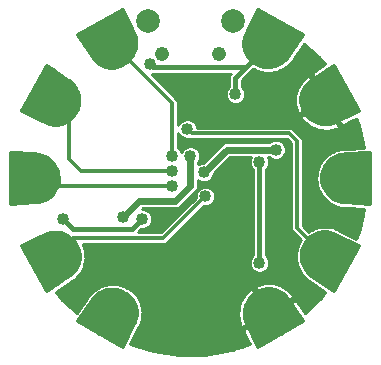
<source format=gbl>
G75*
%MOIN*%
%OFA0B0*%
%FSLAX24Y24*%
%IPPOS*%
%LPD*%
%AMOC8*
5,1,8,0,0,1.08239X$1,22.5*
%
%ADD10C,0.0476*%
%ADD11C,0.0787*%
%ADD12C,0.1266*%
%ADD13C,0.0120*%
%ADD14C,0.0400*%
%ADD15C,0.0140*%
%ADD16C,0.0100*%
%ADD17C,0.0160*%
%ADD18C,0.0240*%
D10*
X005195Y010298D03*
X007105Y010298D03*
D11*
X007571Y011400D03*
X004729Y011400D03*
D12*
X003550Y010650D03*
X001650Y008750D03*
X000963Y006150D03*
X001650Y003550D03*
X003550Y001650D03*
X008750Y001650D03*
X010650Y003550D03*
X011338Y006150D03*
X010650Y008750D03*
X008750Y010650D03*
D13*
X009327Y010104D02*
X008160Y010104D01*
X008151Y010112D02*
X008244Y010026D01*
X008350Y009957D01*
X008464Y009905D01*
X008584Y009872D01*
X008708Y009857D01*
X008833Y009861D01*
X008955Y009884D01*
X009073Y009925D01*
X009183Y009984D01*
X009283Y010059D01*
X009370Y010148D01*
X009443Y010250D01*
X009886Y010918D01*
X008414Y011768D01*
X008057Y011050D01*
X008000Y010937D01*
X007962Y010817D01*
X007944Y010692D01*
X007947Y010565D01*
X007969Y010441D01*
X008012Y010322D01*
X008073Y010211D01*
X008151Y010112D01*
X008067Y010223D02*
X009423Y010223D01*
X009503Y010341D02*
X008005Y010341D01*
X007966Y010460D02*
X009582Y010460D01*
X009661Y010578D02*
X007946Y010578D01*
X007945Y010697D02*
X009739Y010697D01*
X009818Y010815D02*
X007962Y010815D01*
X007999Y010934D02*
X009859Y010934D01*
X009654Y011052D02*
X008058Y011052D01*
X008117Y011171D02*
X009448Y011171D01*
X009243Y011289D02*
X008176Y011289D01*
X008235Y011408D02*
X009038Y011408D01*
X008833Y011526D02*
X008294Y011526D01*
X008353Y011645D02*
X008627Y011645D01*
X008422Y011763D02*
X008411Y011763D01*
X008307Y009986D02*
X009185Y009986D01*
X008866Y009867D02*
X008623Y009867D01*
X009955Y009156D02*
X011339Y009156D01*
X011271Y009275D02*
X010040Y009275D01*
X010051Y009288D02*
X009973Y009189D01*
X009912Y009078D01*
X009869Y008959D01*
X009847Y008835D01*
X009844Y008708D01*
X009862Y008583D01*
X009900Y008463D01*
X009957Y008350D01*
X010030Y008248D01*
X010117Y008159D01*
X010217Y008084D01*
X010327Y008025D01*
X010445Y007984D01*
X010567Y007961D01*
X010692Y007957D01*
X010816Y007972D01*
X010936Y008005D01*
X011050Y008057D01*
X011768Y008414D01*
X010918Y009886D01*
X010250Y009443D01*
X010144Y009374D01*
X010051Y009288D01*
X010174Y009393D02*
X011203Y009393D01*
X011134Y009512D02*
X010353Y009512D01*
X010532Y009630D02*
X011066Y009630D01*
X010997Y009749D02*
X010711Y009749D01*
X010889Y009867D02*
X010929Y009867D01*
X011408Y009038D02*
X009897Y009038D01*
X009862Y008919D02*
X011476Y008919D01*
X011545Y008801D02*
X009846Y008801D01*
X009848Y008682D02*
X011613Y008682D01*
X011681Y008564D02*
X009869Y008564D01*
X009909Y008445D02*
X011750Y008445D01*
X011592Y008327D02*
X009974Y008327D01*
X010069Y008208D02*
X011354Y008208D01*
X011115Y008090D02*
X010210Y008090D01*
X010512Y007971D02*
X010810Y007971D01*
X011211Y006943D02*
X011338Y006950D01*
X012138Y007000D01*
X012138Y005300D01*
X011338Y005350D01*
X011213Y005362D01*
X011092Y005393D01*
X010977Y005442D01*
X010871Y005508D01*
X010777Y005589D01*
X010695Y005684D01*
X010629Y005790D01*
X010580Y005905D01*
X010550Y006026D01*
X010538Y006150D01*
X010545Y006276D01*
X010572Y006400D01*
X010619Y006517D01*
X010684Y006625D01*
X010766Y006721D01*
X010862Y006803D01*
X010971Y006869D01*
X011088Y006915D01*
X011211Y006943D01*
X011061Y006905D02*
X012138Y006905D01*
X012138Y006786D02*
X010842Y006786D01*
X010720Y006668D02*
X012138Y006668D01*
X012138Y006549D02*
X010638Y006549D01*
X010584Y006431D02*
X012138Y006431D01*
X012138Y006312D02*
X010553Y006312D01*
X010540Y006194D02*
X012138Y006194D01*
X012138Y006075D02*
X010545Y006075D01*
X010567Y005957D02*
X012138Y005957D01*
X012138Y005838D02*
X010609Y005838D01*
X010673Y005720D02*
X012138Y005720D01*
X012138Y005601D02*
X010766Y005601D01*
X010912Y005483D02*
X012138Y005483D01*
X012138Y005364D02*
X011206Y005364D01*
X010817Y004338D02*
X010692Y004356D01*
X010565Y004353D01*
X010441Y004331D01*
X010322Y004288D01*
X010211Y004227D01*
X010112Y004149D01*
X010026Y004056D01*
X009957Y003950D01*
X009905Y003836D01*
X009872Y003716D01*
X009857Y003592D01*
X009861Y003467D01*
X009884Y003345D01*
X009925Y003227D01*
X009984Y003117D01*
X010059Y003017D01*
X010148Y002930D01*
X010250Y002857D01*
X010918Y002414D01*
X011768Y003886D01*
X011050Y004243D01*
X010937Y004300D01*
X010817Y004338D01*
X010942Y004298D02*
X010348Y004298D01*
X010150Y004179D02*
X011178Y004179D01*
X011417Y004061D02*
X010031Y004061D01*
X009954Y003942D02*
X011655Y003942D01*
X011732Y003824D02*
X009902Y003824D01*
X009870Y003705D02*
X011663Y003705D01*
X011595Y003587D02*
X009857Y003587D01*
X009861Y003468D02*
X011526Y003468D01*
X011458Y003350D02*
X009883Y003350D01*
X009924Y003231D02*
X011390Y003231D01*
X011321Y003113D02*
X009987Y003113D01*
X010083Y002994D02*
X011253Y002994D01*
X011184Y002876D02*
X010224Y002876D01*
X010401Y002757D02*
X011116Y002757D01*
X011048Y002639D02*
X010579Y002639D01*
X010758Y002520D02*
X010979Y002520D01*
X010650Y003550D02*
X009700Y004500D01*
X009700Y007400D01*
X009450Y007650D01*
X006200Y007650D01*
X006050Y007800D01*
X004052Y010030D02*
X003950Y009957D01*
X003837Y009900D01*
X003717Y009862D01*
X003592Y009844D01*
X003465Y009847D01*
X003341Y009869D01*
X003222Y009912D01*
X003111Y009973D01*
X003012Y010051D01*
X002926Y010144D01*
X002857Y010250D01*
X002414Y010918D01*
X003886Y011768D01*
X004243Y011050D01*
X004295Y010936D01*
X004328Y010816D01*
X004343Y010692D01*
X004339Y010567D01*
X004316Y010445D01*
X004275Y010327D01*
X004216Y010217D01*
X004141Y010117D01*
X004052Y010030D01*
X003990Y009986D02*
X003095Y009986D01*
X002963Y010104D02*
X004128Y010104D01*
X004219Y010223D02*
X002875Y010223D01*
X002797Y010341D02*
X004280Y010341D01*
X004319Y010460D02*
X002718Y010460D01*
X002639Y010578D02*
X004340Y010578D01*
X004343Y010697D02*
X002561Y010697D01*
X002482Y010815D02*
X004328Y010815D01*
X004295Y010934D02*
X002441Y010934D01*
X002646Y011052D02*
X004242Y011052D01*
X004183Y011171D02*
X002852Y011171D01*
X003057Y011289D02*
X004124Y011289D01*
X004065Y011408D02*
X003262Y011408D01*
X003467Y011526D02*
X004006Y011526D01*
X003947Y011645D02*
X003673Y011645D01*
X003878Y011763D02*
X003889Y011763D01*
X003732Y009867D02*
X003354Y009867D01*
X002316Y009183D02*
X002375Y009073D01*
X002416Y008955D01*
X002439Y008833D01*
X002443Y008708D01*
X002428Y008584D01*
X002395Y008464D01*
X002343Y008350D01*
X002274Y008244D01*
X002188Y008151D01*
X002089Y008073D01*
X001978Y008012D01*
X001859Y007969D01*
X001735Y007947D01*
X001608Y007944D01*
X001483Y007962D01*
X001363Y008000D01*
X001250Y008057D01*
X000532Y008414D01*
X001382Y009886D01*
X002050Y009443D01*
X002152Y009370D01*
X002241Y009283D01*
X002316Y009183D01*
X002330Y009156D02*
X000961Y009156D01*
X001029Y009275D02*
X002247Y009275D01*
X002120Y009393D02*
X001097Y009393D01*
X001166Y009512D02*
X001947Y009512D01*
X001768Y009630D02*
X001234Y009630D01*
X001303Y009749D02*
X001589Y009749D01*
X001411Y009867D02*
X001371Y009867D01*
X000892Y009038D02*
X002387Y009038D01*
X002423Y008919D02*
X000824Y008919D01*
X000755Y008801D02*
X002440Y008801D01*
X002440Y008682D02*
X000687Y008682D01*
X000619Y008564D02*
X002423Y008564D01*
X002386Y008445D02*
X000550Y008445D01*
X000708Y008327D02*
X002327Y008327D01*
X002240Y008208D02*
X000946Y008208D01*
X001185Y008090D02*
X002110Y008090D01*
X001864Y007971D02*
X001456Y007971D01*
X001087Y006938D02*
X000963Y006950D01*
X000163Y007000D01*
X000163Y005300D01*
X000963Y005350D01*
X001089Y005357D01*
X001212Y005385D01*
X001329Y005431D01*
X001438Y005497D01*
X001534Y005579D01*
X001616Y005675D01*
X001681Y005783D01*
X001728Y005900D01*
X001755Y006024D01*
X001763Y006150D01*
X001750Y006274D01*
X001720Y006395D01*
X001671Y006510D01*
X001605Y006616D01*
X001523Y006711D01*
X001429Y006792D01*
X001323Y006858D01*
X001208Y006907D01*
X001087Y006938D01*
X001214Y006905D02*
X000163Y006905D01*
X000163Y006786D02*
X001436Y006786D01*
X001561Y006668D02*
X000163Y006668D01*
X000163Y006549D02*
X001646Y006549D01*
X001705Y006431D02*
X000163Y006431D01*
X000163Y006312D02*
X001741Y006312D01*
X001758Y006194D02*
X000163Y006194D01*
X000163Y006075D02*
X001758Y006075D01*
X001740Y005957D02*
X000163Y005957D01*
X000163Y005838D02*
X001703Y005838D01*
X001643Y005720D02*
X000163Y005720D01*
X000163Y005601D02*
X001553Y005601D01*
X001414Y005483D02*
X000163Y005483D01*
X000163Y005364D02*
X001120Y005364D01*
X001374Y004298D02*
X001909Y004298D01*
X001855Y004316D02*
X001733Y004339D01*
X001608Y004343D01*
X001484Y004328D01*
X001364Y004295D01*
X001250Y004243D01*
X000532Y003886D01*
X001382Y002414D01*
X002050Y002857D01*
X002156Y002926D01*
X002249Y003012D01*
X002327Y003111D01*
X002388Y003222D01*
X002431Y003341D01*
X002453Y003465D01*
X002456Y003592D01*
X002438Y003717D01*
X002400Y003837D01*
X002343Y003950D01*
X002270Y004052D01*
X002183Y004141D01*
X002083Y004216D01*
X001973Y004275D01*
X001855Y004316D01*
X002132Y004179D02*
X001122Y004179D01*
X000883Y004061D02*
X002262Y004061D01*
X002347Y003942D02*
X000645Y003942D01*
X000568Y003824D02*
X002404Y003824D01*
X002439Y003705D02*
X000637Y003705D01*
X000705Y003587D02*
X002456Y003587D01*
X002453Y003468D02*
X000774Y003468D01*
X000842Y003350D02*
X002432Y003350D01*
X002391Y003231D02*
X000910Y003231D01*
X000979Y003113D02*
X002328Y003113D01*
X002229Y002994D02*
X001047Y002994D01*
X001116Y002876D02*
X002078Y002876D01*
X001899Y002757D02*
X001184Y002757D01*
X001252Y002639D02*
X001721Y002639D01*
X001542Y002520D02*
X001321Y002520D01*
X002414Y001382D02*
X003886Y000532D01*
X004243Y001250D01*
X004300Y001363D01*
X004338Y001483D01*
X004356Y001608D01*
X004353Y001735D01*
X004331Y001859D01*
X004288Y001978D01*
X004227Y002089D01*
X004149Y002188D01*
X004056Y002274D01*
X003950Y002343D01*
X003836Y002395D01*
X003716Y002428D01*
X003592Y002443D01*
X003467Y002439D01*
X003345Y002416D01*
X003227Y002375D01*
X003117Y002316D01*
X003017Y002241D01*
X002930Y002152D01*
X002857Y002050D01*
X002414Y001382D01*
X002461Y001454D02*
X004328Y001454D01*
X004350Y001572D02*
X002540Y001572D01*
X002619Y001691D02*
X004354Y001691D01*
X004340Y001809D02*
X002697Y001809D01*
X002776Y001928D02*
X004306Y001928D01*
X004251Y002046D02*
X002855Y002046D01*
X002942Y002165D02*
X004167Y002165D01*
X004041Y002283D02*
X003073Y002283D01*
X003303Y002402D02*
X003811Y002402D01*
X004286Y001335D02*
X002496Y001335D01*
X002701Y001217D02*
X004226Y001217D01*
X004167Y001098D02*
X002906Y001098D01*
X003111Y000980D02*
X004108Y000980D01*
X004050Y000861D02*
X003317Y000861D01*
X003522Y000743D02*
X003991Y000743D01*
X003932Y000624D02*
X003727Y000624D01*
X007972Y001484D02*
X008005Y001364D01*
X008057Y001250D01*
X008414Y000532D01*
X009886Y001382D01*
X009443Y002050D01*
X009374Y002156D01*
X009288Y002249D01*
X009189Y002327D01*
X009078Y002388D01*
X008959Y002431D01*
X008835Y002453D01*
X008708Y002456D01*
X008583Y002438D01*
X008463Y002400D01*
X008350Y002343D01*
X008248Y002270D01*
X008159Y002183D01*
X008084Y002083D01*
X008025Y001973D01*
X007984Y001855D01*
X007961Y001733D01*
X007957Y001608D01*
X007972Y001484D01*
X007980Y001454D02*
X009839Y001454D01*
X009804Y001335D02*
X008019Y001335D01*
X008074Y001217D02*
X009599Y001217D01*
X009394Y001098D02*
X008133Y001098D01*
X008192Y000980D02*
X009189Y000980D01*
X008983Y000861D02*
X008250Y000861D01*
X008309Y000743D02*
X008778Y000743D01*
X008573Y000624D02*
X008368Y000624D01*
X007961Y001572D02*
X009760Y001572D01*
X009681Y001691D02*
X007959Y001691D01*
X007975Y001809D02*
X009603Y001809D01*
X009524Y001928D02*
X008009Y001928D01*
X008064Y002046D02*
X009445Y002046D01*
X009365Y002165D02*
X008145Y002165D01*
X008266Y002283D02*
X009245Y002283D01*
X009041Y002402D02*
X008469Y002402D01*
D14*
X008450Y003330D03*
X006650Y005550D03*
X006600Y006350D03*
X006150Y006900D03*
X005550Y006900D03*
X005550Y006400D03*
X005550Y005900D03*
X004550Y004800D03*
X003900Y004850D03*
X001900Y004800D03*
X006050Y007800D03*
X007650Y008950D03*
X009000Y007110D03*
X008450Y006690D03*
X004800Y009950D03*
D15*
X003550Y010650D02*
X005550Y008650D01*
X005550Y006900D01*
X005550Y006400D02*
X002500Y006400D01*
X002100Y006800D01*
X002100Y008300D01*
X001650Y008750D01*
X000963Y006150D02*
X001213Y005900D01*
X005550Y005900D01*
X006650Y005550D02*
X005250Y004150D01*
X002250Y004150D01*
X001650Y003550D01*
D16*
X001655Y002367D02*
X001865Y002107D01*
X002365Y001652D01*
X002657Y002093D01*
X002657Y002096D01*
X002701Y002158D01*
X002739Y002215D01*
X002739Y002228D01*
X002784Y002274D01*
X002821Y002326D01*
X002837Y002329D01*
X002838Y002329D01*
X002840Y002346D01*
X002891Y002384D01*
X002936Y002430D01*
X002953Y002430D01*
X002953Y002431D01*
X002958Y002446D01*
X003014Y002477D01*
X003066Y002515D01*
X003082Y002513D01*
X003082Y002513D01*
X003090Y002528D01*
X003150Y002549D01*
X003207Y002580D01*
X003222Y002575D01*
X003223Y002575D01*
X003232Y002589D01*
X003295Y002600D01*
X003356Y002622D01*
X003371Y002614D01*
X003371Y002615D01*
X003383Y002627D01*
X003447Y002629D01*
X003510Y002641D01*
X003523Y002631D01*
X003524Y002631D01*
X003537Y002641D01*
X003601Y002634D01*
X003665Y002636D01*
X003677Y002624D01*
X003677Y002624D01*
X003692Y002632D01*
X003753Y002615D01*
X003817Y002607D01*
X003827Y002594D01*
X003828Y002594D01*
X003843Y002600D01*
X003902Y002573D01*
X003963Y002556D01*
X003972Y002542D01*
X003972Y002541D01*
X003988Y002545D01*
X004042Y002510D01*
X004100Y002483D01*
X004106Y002468D01*
X004109Y002466D01*
X004126Y002467D01*
X004173Y002424D01*
X004226Y002389D01*
X004229Y002372D01*
X004232Y002370D01*
X004249Y002367D01*
X004289Y002318D01*
X004335Y002275D01*
X004336Y002258D01*
X004338Y002254D01*
X004355Y002250D01*
X004386Y002194D01*
X004425Y002144D01*
X004423Y002127D01*
X004425Y002124D01*
X004441Y002116D01*
X004462Y002057D01*
X004492Y002001D01*
X004488Y001984D01*
X004489Y001981D01*
X004503Y001971D01*
X004515Y001908D01*
X004536Y001849D01*
X004528Y001833D01*
X004529Y001829D01*
X004542Y001817D01*
X004543Y001754D01*
X004554Y001692D01*
X004544Y001677D01*
X004545Y001673D01*
X004555Y001659D01*
X004546Y001597D01*
X004547Y001533D01*
X004535Y001521D01*
X004534Y001517D01*
X004543Y001501D01*
X004524Y001441D01*
X004515Y001378D01*
X004501Y001368D01*
X004499Y001364D01*
X004505Y001348D01*
X004476Y001291D01*
X004457Y001231D01*
X004442Y001223D01*
X004413Y001165D01*
X004142Y000619D01*
X004887Y000396D01*
X005759Y000272D01*
X006639Y000280D01*
X007509Y000418D01*
X008138Y000618D01*
X008049Y000798D01*
X008049Y000798D01*
X007897Y001100D01*
X008732Y001582D01*
X008682Y001668D01*
X007851Y001189D01*
X007844Y001202D01*
X007844Y001202D01*
X007844Y001203D01*
X007799Y001314D01*
X007799Y001314D01*
X007766Y001430D01*
X007766Y001430D01*
X007748Y001550D01*
X007748Y001550D01*
X007744Y001671D01*
X007744Y001671D01*
X007755Y001792D01*
X007755Y001792D01*
X007779Y001910D01*
X007779Y001910D01*
X007817Y002025D01*
X007817Y002025D01*
X007869Y002135D01*
X007869Y002135D01*
X007888Y002166D01*
X007933Y002237D01*
X007933Y002237D01*
X007961Y002273D01*
X008008Y002332D01*
X008008Y002332D01*
X008008Y002332D01*
X008094Y002417D01*
X008094Y002417D01*
X008190Y002491D01*
X008190Y002491D01*
X008202Y002499D01*
X008682Y001668D01*
X008768Y001718D01*
X008288Y002551D01*
X008293Y002554D01*
X008293Y002554D01*
X008295Y002555D01*
X008406Y002605D01*
X008406Y002605D01*
X008524Y002641D01*
X008524Y002641D01*
X008646Y002663D01*
X008646Y002663D01*
X008770Y002669D01*
X008770Y002669D01*
X008893Y002660D01*
X008893Y002660D01*
X009014Y002635D01*
X009131Y002596D01*
X009243Y002542D01*
X009346Y002475D01*
X009441Y002396D01*
X009441Y002396D01*
X009525Y002305D01*
X009598Y002205D01*
X009601Y002199D01*
X008768Y001718D01*
X008818Y001632D01*
X009653Y002113D01*
X009953Y001662D01*
X010502Y002179D01*
X010647Y002365D01*
X010207Y002657D01*
X010204Y002657D01*
X010142Y002701D01*
X010085Y002739D01*
X010072Y002739D01*
X010026Y002784D01*
X009974Y002821D01*
X009971Y002837D01*
X009971Y002838D01*
X009954Y002840D01*
X009916Y002891D01*
X009870Y002936D01*
X009870Y002953D01*
X009869Y002953D01*
X009854Y002958D01*
X009823Y003014D01*
X009785Y003066D01*
X009787Y003082D01*
X009787Y003082D01*
X009772Y003090D01*
X009751Y003150D01*
X009720Y003207D01*
X009725Y003222D01*
X009725Y003223D01*
X009711Y003232D01*
X009700Y003295D01*
X009678Y003356D01*
X009686Y003371D01*
X009685Y003371D01*
X009673Y003383D01*
X009671Y003447D01*
X009659Y003510D01*
X009669Y003523D01*
X009669Y003524D01*
X009659Y003537D01*
X009666Y003601D01*
X009664Y003665D01*
X009676Y003677D01*
X009676Y003677D01*
X009668Y003692D01*
X009685Y003753D01*
X009693Y003817D01*
X009706Y003827D01*
X009706Y003828D01*
X009700Y003843D01*
X009727Y003902D01*
X009744Y003963D01*
X009758Y003972D01*
X009759Y003972D01*
X009755Y003988D01*
X009790Y004042D01*
X009817Y004100D01*
X009827Y004104D01*
X009621Y004310D01*
X009510Y004421D01*
X009510Y007321D01*
X009371Y007460D01*
X006121Y007460D01*
X006111Y007470D01*
X005984Y007470D01*
X005863Y007520D01*
X005770Y007613D01*
X005750Y007662D01*
X005750Y007167D01*
X005830Y007087D01*
X005850Y007038D01*
X005870Y007087D01*
X005963Y007180D01*
X006084Y007230D01*
X006216Y007230D01*
X006337Y007180D01*
X006430Y007087D01*
X006480Y006966D01*
X006480Y006834D01*
X006430Y006713D01*
X006400Y006683D01*
X006400Y006617D01*
X006413Y006630D01*
X006534Y006680D01*
X006576Y006680D01*
X007218Y007322D01*
X007310Y007360D01*
X008783Y007360D01*
X008813Y007390D01*
X008934Y007440D01*
X009066Y007440D01*
X009187Y007390D01*
X009280Y007297D01*
X009330Y007176D01*
X009330Y007044D01*
X009280Y006923D01*
X009187Y006830D01*
X009066Y006780D01*
X008934Y006780D01*
X008813Y006830D01*
X008783Y006860D01*
X008737Y006860D01*
X008780Y006756D01*
X008780Y006624D01*
X008730Y006503D01*
X008660Y006433D01*
X008660Y003587D01*
X008730Y003517D01*
X008780Y003396D01*
X008780Y003264D01*
X008730Y003143D01*
X008637Y003050D01*
X008516Y003000D01*
X008384Y003000D01*
X008263Y003050D01*
X008170Y003143D01*
X008120Y003264D01*
X008120Y003396D01*
X008170Y003517D01*
X008240Y003587D01*
X008240Y006433D01*
X008170Y006503D01*
X008120Y006624D01*
X008120Y006756D01*
X008163Y006860D01*
X007464Y006860D01*
X006930Y006326D01*
X006930Y006284D01*
X006880Y006163D01*
X006787Y006070D01*
X006666Y006020D01*
X006534Y006020D01*
X006413Y006070D01*
X006400Y006083D01*
X006400Y005850D01*
X006362Y005758D01*
X006292Y005688D01*
X005792Y005188D01*
X005700Y005150D01*
X004554Y005150D01*
X004534Y005130D01*
X004616Y005130D01*
X004737Y005080D01*
X004830Y004987D01*
X004880Y004866D01*
X004880Y004734D01*
X004830Y004613D01*
X004737Y004520D01*
X004616Y004470D01*
X004517Y004470D01*
X004410Y004363D01*
X004397Y004350D01*
X005167Y004350D01*
X006320Y005503D01*
X006320Y005616D01*
X006370Y005737D01*
X006463Y005830D01*
X006584Y005880D01*
X006716Y005880D01*
X006837Y005830D01*
X006930Y005737D01*
X006980Y005616D01*
X006980Y005484D01*
X006930Y005363D01*
X006837Y005270D01*
X006716Y005220D01*
X006603Y005220D01*
X005450Y004067D01*
X005333Y003950D01*
X002563Y003950D01*
X002576Y003909D01*
X002605Y003852D01*
X002599Y003836D01*
X002601Y003832D01*
X002615Y003822D01*
X002624Y003759D01*
X002643Y003699D01*
X002634Y003683D01*
X002635Y003679D01*
X002647Y003667D01*
X002646Y003603D01*
X002655Y003541D01*
X002645Y003527D01*
X002644Y003523D01*
X002654Y003508D01*
X002643Y003446D01*
X002642Y003383D01*
X002629Y003371D01*
X002628Y003367D01*
X002636Y003351D01*
X002615Y003292D01*
X002603Y003229D01*
X002589Y003219D01*
X002588Y003216D01*
X002592Y003199D01*
X002562Y003143D01*
X002541Y003084D01*
X002525Y003076D01*
X002523Y003073D01*
X002525Y003056D01*
X002486Y003006D01*
X002455Y002950D01*
X002438Y002946D01*
X002436Y002942D01*
X002435Y002925D01*
X002389Y002882D01*
X002349Y002833D01*
X002332Y002830D01*
X002329Y002828D01*
X002326Y002811D01*
X002273Y002776D01*
X002226Y002733D01*
X002209Y002734D01*
X002155Y002699D01*
X001655Y002367D01*
X001695Y002317D02*
X002814Y002317D01*
X002739Y002219D02*
X001775Y002219D01*
X001855Y002120D02*
X002674Y002120D01*
X002610Y002022D02*
X001959Y002022D01*
X002067Y001923D02*
X002545Y001923D01*
X002479Y001825D02*
X002175Y001825D01*
X002283Y001726D02*
X002414Y001726D01*
X002922Y002416D02*
X001728Y002416D01*
X001877Y002514D02*
X003064Y002514D01*
X003073Y002514D02*
X003083Y002514D01*
X003330Y002613D02*
X002025Y002613D01*
X002174Y002711D02*
X010127Y002711D01*
X009990Y002810D02*
X002324Y002810D01*
X002417Y002908D02*
X009899Y002908D01*
X009828Y003007D02*
X008531Y003007D01*
X008369Y003007D02*
X002486Y003007D01*
X002548Y003105D02*
X008208Y003105D01*
X008145Y003204D02*
X002591Y003204D01*
X002618Y003302D02*
X008120Y003302D01*
X008122Y003401D02*
X002642Y003401D01*
X002653Y003499D02*
X008163Y003499D01*
X008240Y003598D02*
X002647Y003598D01*
X002641Y003696D02*
X008240Y003696D01*
X008240Y003795D02*
X002618Y003795D01*
X002584Y003893D02*
X008240Y003893D01*
X008240Y003992D02*
X005374Y003992D01*
X005473Y004090D02*
X008240Y004090D01*
X008240Y004189D02*
X005571Y004189D01*
X005670Y004287D02*
X008240Y004287D01*
X008240Y004386D02*
X005768Y004386D01*
X005867Y004484D02*
X008240Y004484D01*
X008240Y004583D02*
X005965Y004583D01*
X006064Y004681D02*
X008240Y004681D01*
X008240Y004780D02*
X006162Y004780D01*
X006261Y004878D02*
X008240Y004878D01*
X008240Y004977D02*
X006359Y004977D01*
X006458Y005075D02*
X008240Y005075D01*
X008240Y005174D02*
X006556Y005174D01*
X006839Y005272D02*
X008240Y005272D01*
X008240Y005371D02*
X006933Y005371D01*
X006974Y005469D02*
X008240Y005469D01*
X008240Y005568D02*
X006980Y005568D01*
X006959Y005666D02*
X008240Y005666D01*
X008240Y005765D02*
X006902Y005765D01*
X006757Y005863D02*
X008240Y005863D01*
X008240Y005962D02*
X006400Y005962D01*
X006400Y006060D02*
X006438Y006060D01*
X006400Y005863D02*
X006543Y005863D01*
X006398Y005765D02*
X006364Y005765D01*
X006341Y005666D02*
X006270Y005666D01*
X006320Y005568D02*
X006171Y005568D01*
X006073Y005469D02*
X006286Y005469D01*
X006188Y005371D02*
X005974Y005371D01*
X005876Y005272D02*
X006089Y005272D01*
X005991Y005174D02*
X005756Y005174D01*
X005892Y005075D02*
X004742Y005075D01*
X004834Y004977D02*
X005794Y004977D01*
X005695Y004878D02*
X004875Y004878D01*
X004880Y004780D02*
X005597Y004780D01*
X005498Y004681D02*
X004858Y004681D01*
X004799Y004583D02*
X005400Y004583D01*
X005301Y004484D02*
X004649Y004484D01*
X004432Y004386D02*
X005203Y004386D01*
X006762Y006060D02*
X008240Y006060D01*
X008240Y006159D02*
X006875Y006159D01*
X006919Y006257D02*
X008240Y006257D01*
X008240Y006356D02*
X006959Y006356D01*
X007058Y006454D02*
X008219Y006454D01*
X008150Y006553D02*
X007156Y006553D01*
X007255Y006651D02*
X008120Y006651D01*
X008120Y006750D02*
X007353Y006750D01*
X007452Y006848D02*
X008158Y006848D01*
X008681Y006454D02*
X009510Y006454D01*
X009510Y006356D02*
X008660Y006356D01*
X008660Y006257D02*
X009510Y006257D01*
X009510Y006159D02*
X008660Y006159D01*
X008660Y006060D02*
X009510Y006060D01*
X009510Y005962D02*
X008660Y005962D01*
X008660Y005863D02*
X009510Y005863D01*
X009510Y005765D02*
X008660Y005765D01*
X008660Y005666D02*
X009510Y005666D01*
X009510Y005568D02*
X008660Y005568D01*
X008660Y005469D02*
X009510Y005469D01*
X009510Y005371D02*
X008660Y005371D01*
X008660Y005272D02*
X009510Y005272D01*
X009510Y005174D02*
X008660Y005174D01*
X008660Y005075D02*
X009510Y005075D01*
X009510Y004977D02*
X008660Y004977D01*
X008660Y004878D02*
X009510Y004878D01*
X009510Y004780D02*
X008660Y004780D01*
X008660Y004681D02*
X009510Y004681D01*
X009510Y004583D02*
X008660Y004583D01*
X008660Y004484D02*
X009510Y004484D01*
X009546Y004386D02*
X008660Y004386D01*
X008660Y004287D02*
X009644Y004287D01*
X009743Y004189D02*
X008660Y004189D01*
X008660Y004090D02*
X009812Y004090D01*
X009757Y003992D02*
X008660Y003992D01*
X008660Y003893D02*
X009723Y003893D01*
X009690Y003795D02*
X008660Y003795D01*
X008660Y003696D02*
X009669Y003696D01*
X009666Y003598D02*
X008660Y003598D01*
X008737Y003499D02*
X009661Y003499D01*
X009673Y003401D02*
X008778Y003401D01*
X008780Y003302D02*
X009697Y003302D01*
X009722Y003204D02*
X008755Y003204D01*
X008692Y003105D02*
X009767Y003105D01*
X010275Y002613D02*
X009082Y002613D01*
X009286Y002514D02*
X010423Y002514D01*
X010572Y002416D02*
X009418Y002416D01*
X009514Y002317D02*
X010609Y002317D01*
X010532Y002219D02*
X009588Y002219D01*
X009464Y002120D02*
X010439Y002120D01*
X010334Y002022D02*
X009714Y002022D01*
X009779Y001923D02*
X010230Y001923D01*
X010125Y001825D02*
X009845Y001825D01*
X009910Y001726D02*
X010021Y001726D01*
X009493Y002022D02*
X009293Y002022D01*
X009323Y001923D02*
X009123Y001923D01*
X009152Y001825D02*
X008952Y001825D01*
X008982Y001726D02*
X008782Y001726D01*
X008764Y001726D02*
X008648Y001726D01*
X008611Y001628D02*
X008705Y001628D01*
X008640Y001529D02*
X008440Y001529D01*
X008470Y001431D02*
X008270Y001431D01*
X008299Y001332D02*
X008099Y001332D01*
X008129Y001234D02*
X007929Y001234D01*
X007831Y001234D02*
X004458Y001234D01*
X004497Y001332D02*
X007794Y001332D01*
X007766Y001431D02*
X004522Y001431D01*
X004543Y001529D02*
X007752Y001529D01*
X007746Y001628D02*
X004550Y001628D01*
X004548Y001726D02*
X007749Y001726D01*
X007762Y001825D02*
X004534Y001825D01*
X004512Y001923D02*
X007783Y001923D01*
X007816Y002022D02*
X004481Y002022D01*
X004433Y002120D02*
X007862Y002120D01*
X007921Y002219D02*
X004372Y002219D01*
X004289Y002317D02*
X007996Y002317D01*
X008093Y002416D02*
X004186Y002416D01*
X004035Y002514D02*
X008309Y002514D01*
X008366Y002416D02*
X008250Y002416D01*
X008307Y002317D02*
X008423Y002317D01*
X008480Y002219D02*
X008364Y002219D01*
X008421Y002120D02*
X008536Y002120D01*
X008478Y002022D02*
X008593Y002022D01*
X008535Y001923D02*
X008650Y001923D01*
X008592Y001825D02*
X008707Y001825D01*
X008430Y002613D02*
X003775Y002613D01*
X004398Y001135D02*
X007958Y001135D01*
X007929Y001037D02*
X004349Y001037D01*
X004300Y000938D02*
X007979Y000938D01*
X008028Y000840D02*
X004251Y000840D01*
X004202Y000741D02*
X008077Y000741D01*
X008126Y000643D02*
X004153Y000643D01*
X004393Y000544D02*
X007905Y000544D01*
X007595Y000446D02*
X004722Y000446D01*
X005233Y000347D02*
X007063Y000347D01*
X010091Y004378D02*
X009890Y004579D01*
X009890Y007479D01*
X009779Y007590D01*
X009640Y007729D01*
X009529Y007840D01*
X006380Y007840D01*
X006380Y007866D01*
X006330Y007987D01*
X006237Y008080D01*
X006116Y008130D01*
X005984Y008130D01*
X005863Y008080D01*
X005770Y007987D01*
X005750Y007938D01*
X005750Y008733D01*
X004863Y009620D01*
X004866Y009620D01*
X004914Y009640D01*
X007493Y009640D01*
X007440Y009587D01*
X007440Y009584D01*
X007438Y009582D01*
X007440Y009498D01*
X007440Y009207D01*
X007370Y009137D01*
X007320Y009016D01*
X007320Y008884D01*
X007370Y008763D01*
X007463Y008670D01*
X007584Y008620D01*
X007716Y008620D01*
X007837Y008670D01*
X007930Y008763D01*
X007980Y008884D01*
X007980Y009016D01*
X007930Y009137D01*
X007860Y009207D01*
X007860Y009416D01*
X008191Y009762D01*
X008192Y009763D01*
X008232Y009802D01*
X008258Y009790D01*
X008312Y009755D01*
X008328Y009759D01*
X008328Y009758D01*
X008337Y009744D01*
X008398Y009727D01*
X008457Y009700D01*
X008472Y009706D01*
X008473Y009706D01*
X008483Y009693D01*
X008547Y009685D01*
X008608Y009668D01*
X008623Y009676D01*
X008635Y009664D01*
X008699Y009666D01*
X008763Y009659D01*
X008776Y009669D01*
X008777Y009669D01*
X008790Y009659D01*
X008853Y009671D01*
X008917Y009673D01*
X008929Y009685D01*
X008929Y009686D01*
X008944Y009678D01*
X009005Y009700D01*
X009068Y009711D01*
X009077Y009725D01*
X009078Y009725D01*
X009093Y009720D01*
X009150Y009751D01*
X009210Y009772D01*
X009218Y009787D01*
X009234Y009785D01*
X009286Y009823D01*
X009342Y009854D01*
X009347Y009869D01*
X009347Y009870D01*
X009364Y009870D01*
X009409Y009916D01*
X009460Y009954D01*
X009462Y009971D01*
X009463Y009971D01*
X009479Y009974D01*
X009516Y010026D01*
X009561Y010072D01*
X009561Y010085D01*
X009599Y010142D01*
X009643Y010204D01*
X009643Y010207D01*
X009935Y010648D01*
X010435Y010193D01*
X010633Y009949D01*
X010187Y009653D01*
X010668Y008818D01*
X010553Y008818D01*
X010582Y008768D02*
X010101Y009601D01*
X010095Y009598D01*
X009995Y009525D01*
X009904Y009441D01*
X009825Y009346D01*
X009758Y009243D01*
X009704Y009131D01*
X009665Y009014D01*
X009640Y008893D01*
X009640Y008893D01*
X009631Y008770D01*
X009631Y008770D01*
X009637Y008646D01*
X009659Y008524D01*
X009695Y008406D01*
X009745Y008294D01*
X009746Y008293D01*
X009749Y008288D01*
X010582Y008768D01*
X010632Y008682D01*
X010718Y008732D01*
X011200Y007897D01*
X011502Y008049D01*
X011682Y008138D01*
X011764Y007933D01*
X011943Y007178D01*
X011326Y007140D01*
X011262Y007136D01*
X011247Y007145D01*
X011185Y007132D01*
X011122Y007128D01*
X011110Y007115D01*
X011107Y007114D01*
X011090Y007121D01*
X011032Y007098D01*
X010970Y007084D01*
X010961Y007069D01*
X010957Y007068D01*
X010940Y007072D01*
X010886Y007039D01*
X010827Y007016D01*
X010820Y007000D01*
X010817Y006998D01*
X010799Y006999D01*
X010751Y006958D01*
X010697Y006925D01*
X010693Y006908D01*
X010690Y006906D01*
X010672Y006904D01*
X010631Y006856D01*
X010583Y006815D01*
X010582Y006798D01*
X010579Y006795D01*
X010562Y006791D01*
X010529Y006736D01*
X010488Y006688D01*
X010490Y006671D01*
X010488Y006667D01*
X010472Y006661D01*
X010448Y006602D01*
X010416Y006548D01*
X010420Y006531D01*
X010418Y006527D01*
X010404Y006518D01*
X010390Y006456D01*
X010366Y006397D01*
X010373Y006381D01*
X010372Y006377D01*
X010359Y006365D01*
X010356Y006302D01*
X010342Y006241D01*
X010351Y006226D01*
X010351Y006223D01*
X010341Y006210D01*
X010347Y006146D01*
X010343Y006082D01*
X010354Y006070D01*
X010354Y006069D01*
X010346Y006055D01*
X010362Y005993D01*
X010368Y005929D01*
X010381Y005919D01*
X010381Y005918D01*
X010375Y005903D01*
X010400Y005844D01*
X010416Y005782D01*
X010430Y005773D01*
X010430Y005773D01*
X010426Y005756D01*
X010460Y005702D01*
X010485Y005643D01*
X010501Y005637D01*
X010501Y005636D01*
X010500Y005620D01*
X010542Y005571D01*
X010575Y005517D01*
X010591Y005513D01*
X010592Y005513D01*
X010593Y005496D01*
X010642Y005454D01*
X010684Y005406D01*
X010700Y005404D01*
X010700Y005404D01*
X010704Y005388D01*
X010759Y005354D01*
X010807Y005312D01*
X010824Y005314D01*
X010824Y005313D01*
X010830Y005298D01*
X010889Y005273D01*
X010944Y005239D01*
X010960Y005243D01*
X010961Y005242D01*
X010969Y005228D01*
X011031Y005212D01*
X011090Y005187D01*
X011106Y005193D01*
X011117Y005181D01*
X011180Y005174D01*
X011243Y005159D01*
X011253Y005165D01*
X011322Y005161D01*
X011397Y005153D01*
X011400Y005156D01*
X011939Y005122D01*
X011793Y004461D01*
X011673Y004146D01*
X011135Y004413D01*
X011077Y004442D01*
X011069Y004457D01*
X011009Y004476D01*
X010952Y004505D01*
X010936Y004499D01*
X010932Y004501D01*
X010922Y004515D01*
X010859Y004524D01*
X010799Y004543D01*
X010783Y004534D01*
X010779Y004535D01*
X010767Y004547D01*
X010703Y004546D01*
X010641Y004555D01*
X010627Y004545D01*
X010623Y004544D01*
X010608Y004554D01*
X010546Y004543D01*
X010483Y004542D01*
X010471Y004529D01*
X010467Y004528D01*
X010451Y004536D01*
X010392Y004515D01*
X010329Y004503D01*
X010319Y004489D01*
X010316Y004488D01*
X010299Y004492D01*
X010243Y004462D01*
X010184Y004441D01*
X010176Y004425D01*
X010173Y004423D01*
X010156Y004425D01*
X010106Y004386D01*
X010091Y004378D01*
X010083Y004386D02*
X010105Y004386D01*
X009985Y004484D02*
X010284Y004484D01*
X009890Y004583D02*
X011820Y004583D01*
X011842Y004681D02*
X009890Y004681D01*
X009890Y004780D02*
X011863Y004780D01*
X011885Y004878D02*
X009890Y004878D01*
X009890Y004977D02*
X011907Y004977D01*
X011928Y005075D02*
X009890Y005075D01*
X009890Y005174D02*
X011184Y005174D01*
X011106Y005193D02*
X011106Y005193D01*
X010891Y005272D02*
X009890Y005272D01*
X009890Y005371D02*
X010732Y005371D01*
X010625Y005469D02*
X009890Y005469D01*
X009890Y005568D02*
X010544Y005568D01*
X010476Y005666D02*
X009890Y005666D01*
X009890Y005765D02*
X010428Y005765D01*
X010392Y005863D02*
X009890Y005863D01*
X009890Y005962D02*
X010365Y005962D01*
X010349Y006060D02*
X009890Y006060D01*
X009890Y006159D02*
X010346Y006159D01*
X010346Y006257D02*
X009890Y006257D01*
X009890Y006356D02*
X010359Y006356D01*
X010389Y006454D02*
X009890Y006454D01*
X009890Y006553D02*
X010419Y006553D01*
X010468Y006651D02*
X009890Y006651D01*
X009890Y006750D02*
X010537Y006750D01*
X010622Y006848D02*
X009890Y006848D01*
X009890Y006947D02*
X010732Y006947D01*
X010895Y007045D02*
X009890Y007045D01*
X009890Y007144D02*
X011239Y007144D01*
X011250Y007144D02*
X011388Y007144D01*
X011928Y007242D02*
X009890Y007242D01*
X009890Y007341D02*
X011905Y007341D01*
X011882Y007439D02*
X009890Y007439D01*
X009831Y007538D02*
X011858Y007538D01*
X011835Y007636D02*
X009733Y007636D01*
X009634Y007735D02*
X011812Y007735D01*
X011788Y007833D02*
X011071Y007833D01*
X011098Y007844D02*
X011098Y007844D01*
X010986Y007799D01*
X010986Y007799D01*
X010870Y007766D01*
X010870Y007766D01*
X010750Y007748D01*
X010750Y007748D01*
X010629Y007744D01*
X010629Y007744D01*
X010508Y007755D01*
X010508Y007755D01*
X010390Y007779D01*
X010390Y007779D01*
X010275Y007817D01*
X010275Y007817D01*
X010165Y007869D01*
X010165Y007869D01*
X010101Y007909D01*
X010063Y007933D01*
X010063Y007933D01*
X010001Y007982D01*
X009968Y008008D01*
X009968Y008008D01*
X009968Y008008D01*
X009883Y008094D01*
X009883Y008094D01*
X009809Y008190D01*
X009809Y008190D01*
X009801Y008202D01*
X010632Y008682D01*
X011111Y007851D01*
X011098Y007844D01*
X011098Y007844D01*
X011065Y007932D02*
X011180Y007932D01*
X011268Y007932D02*
X011765Y007932D01*
X011725Y008030D02*
X011464Y008030D01*
X011502Y008049D02*
X011502Y008049D01*
X011663Y008129D02*
X011686Y008129D01*
X011123Y008030D02*
X011008Y008030D01*
X010951Y008129D02*
X011067Y008129D01*
X011010Y008227D02*
X010894Y008227D01*
X010837Y008326D02*
X010953Y008326D01*
X010896Y008424D02*
X010780Y008424D01*
X010724Y008523D02*
X010839Y008523D01*
X010782Y008621D02*
X010667Y008621D01*
X010697Y008720D02*
X010725Y008720D01*
X010668Y008818D02*
X010582Y008768D01*
X010610Y008720D02*
X010497Y008720D01*
X010527Y008621D02*
X010327Y008621D01*
X010356Y008523D02*
X010156Y008523D01*
X010185Y008424D02*
X009985Y008424D01*
X010015Y008326D02*
X009815Y008326D01*
X009746Y008293D02*
X009746Y008293D01*
X009731Y008326D02*
X005750Y008326D01*
X005750Y008424D02*
X009689Y008424D01*
X009695Y008406D02*
X009695Y008406D01*
X009659Y008523D02*
X005750Y008523D01*
X005750Y008621D02*
X007582Y008621D01*
X007718Y008621D02*
X009641Y008621D01*
X009637Y008646D02*
X009637Y008646D01*
X009633Y008720D02*
X007886Y008720D01*
X007953Y008818D02*
X009635Y008818D01*
X009645Y008917D02*
X007980Y008917D01*
X007980Y009015D02*
X009665Y009015D01*
X009698Y009114D02*
X007939Y009114D01*
X007860Y009212D02*
X009743Y009212D01*
X009802Y009311D02*
X007860Y009311D01*
X007860Y009409D02*
X009877Y009409D01*
X009904Y009441D02*
X009904Y009441D01*
X009976Y009508D02*
X007948Y009508D01*
X008042Y009606D02*
X010214Y009606D01*
X010265Y009705D02*
X009031Y009705D01*
X009218Y009787D02*
X009218Y009787D01*
X009259Y009803D02*
X010413Y009803D01*
X010561Y009902D02*
X009395Y009902D01*
X009498Y010000D02*
X010591Y010000D01*
X010511Y010099D02*
X009570Y010099D01*
X009638Y010197D02*
X010430Y010197D01*
X010322Y010296D02*
X009701Y010296D01*
X009766Y010394D02*
X010214Y010394D01*
X010106Y010493D02*
X009832Y010493D01*
X009897Y010591D02*
X009998Y010591D01*
X010155Y009508D02*
X010270Y009508D01*
X010212Y009409D02*
X010327Y009409D01*
X010269Y009311D02*
X010384Y009311D01*
X010326Y009212D02*
X010441Y009212D01*
X010498Y009114D02*
X010382Y009114D01*
X010439Y009015D02*
X010555Y009015D01*
X010612Y008917D02*
X010496Y008917D01*
X009844Y008227D02*
X005750Y008227D01*
X005750Y008129D02*
X005981Y008129D01*
X006119Y008129D02*
X009856Y008129D01*
X009946Y008030D02*
X006287Y008030D01*
X006353Y007932D02*
X010064Y007932D01*
X010241Y007833D02*
X009536Y007833D01*
X009392Y007439D02*
X009068Y007439D01*
X008932Y007439D02*
X005750Y007439D01*
X005750Y007341D02*
X007263Y007341D01*
X007138Y007242D02*
X005750Y007242D01*
X005773Y007144D02*
X005927Y007144D01*
X005853Y007045D02*
X005847Y007045D01*
X005846Y007538D02*
X005750Y007538D01*
X005750Y007636D02*
X005761Y007636D01*
X005750Y008030D02*
X005813Y008030D01*
X005750Y008720D02*
X007414Y008720D01*
X007347Y008818D02*
X005665Y008818D01*
X005566Y008917D02*
X007320Y008917D01*
X007320Y009015D02*
X005468Y009015D01*
X005369Y009114D02*
X007361Y009114D01*
X007440Y009212D02*
X005271Y009212D01*
X005172Y009311D02*
X007440Y009311D01*
X007440Y009409D02*
X005074Y009409D01*
X004975Y009508D02*
X007440Y009508D01*
X007459Y009606D02*
X004877Y009606D01*
X006373Y007144D02*
X007040Y007144D01*
X006941Y007045D02*
X006447Y007045D01*
X006480Y006947D02*
X006843Y006947D01*
X006744Y006848D02*
X006480Y006848D01*
X006445Y006750D02*
X006646Y006750D01*
X006464Y006651D02*
X006400Y006651D01*
X008742Y006848D02*
X008795Y006848D01*
X008780Y006750D02*
X009510Y006750D01*
X009510Y006848D02*
X009205Y006848D01*
X009289Y006947D02*
X009510Y006947D01*
X009510Y007045D02*
X009330Y007045D01*
X009330Y007144D02*
X009510Y007144D01*
X009510Y007242D02*
X009303Y007242D01*
X009236Y007341D02*
X009491Y007341D01*
X009510Y006651D02*
X008780Y006651D01*
X008750Y006553D02*
X009510Y006553D01*
X009659Y008524D02*
X009659Y008524D01*
X008623Y009676D02*
X008623Y009676D01*
X008473Y009705D02*
X008469Y009705D01*
X008447Y009705D02*
X008136Y009705D01*
X010994Y004484D02*
X011798Y004484D01*
X011765Y004386D02*
X011190Y004386D01*
X011388Y004287D02*
X011727Y004287D01*
X011689Y004189D02*
X011586Y004189D01*
D17*
X008450Y003330D02*
X008450Y006690D01*
X007650Y008950D02*
X007650Y009500D01*
X008041Y009909D01*
X007982Y009850D01*
X004900Y009850D01*
X004800Y009950D01*
X008041Y009909D02*
X008750Y010650D01*
X004550Y004800D02*
X004200Y004450D01*
X002250Y004450D01*
X001900Y004800D01*
D18*
X003900Y004850D02*
X004450Y005400D01*
X005650Y005400D01*
X006150Y005900D01*
X006150Y006900D01*
X006600Y006350D02*
X007360Y007110D01*
X009000Y007110D01*
M02*

</source>
